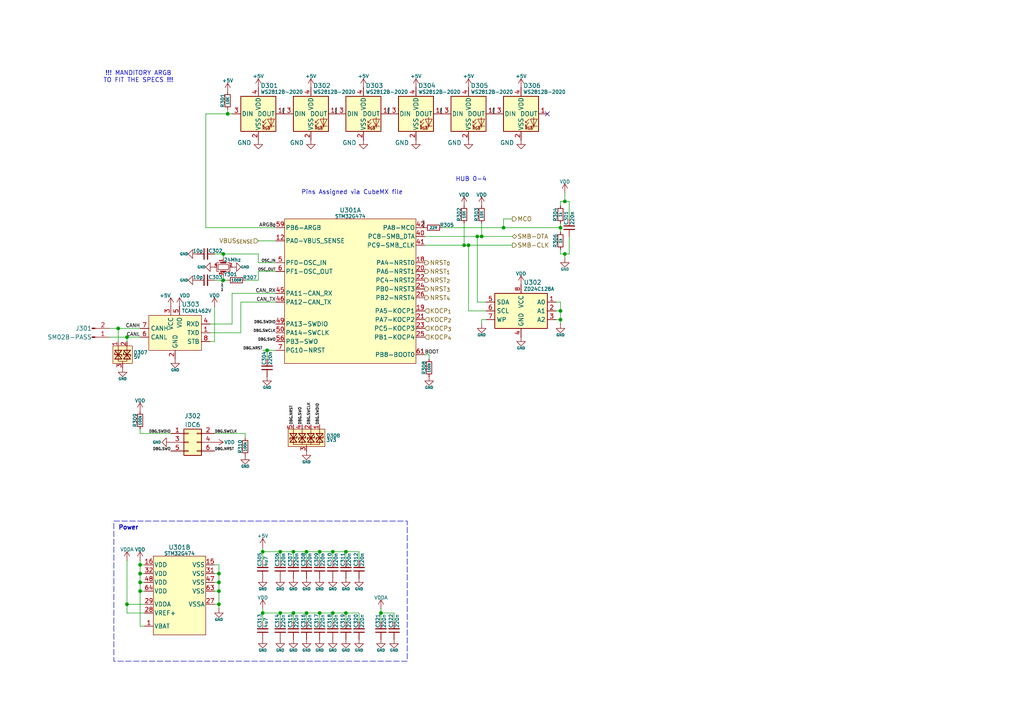
<source format=kicad_sch>
(kicad_sch (version 20250114) (generator "eeschema") (generator_version "9.0")
  (paper "A4")
  (rectangle (start 33.02 151.13) (end 118.11 191.77) (stroke (width 0) (type dash)))
  (text "HUB 0-4" (at 136.652 52.07 0) (effects (font (size 1.27 1.27))))
  (text "!!! MANDITORY ARGB\nTO FIT THE SPECS !!!" (at 40.132 22.352 0) (effects (font (size 1.27 1.27))))
  (text "Power" (at 34.29 152.4 0) (effects (font (size 1.27 1.27) (thickness 0.254) (bold yes)) (justify left top)))
  (text "Pins Assigned via CubeMX file" (at 102.108 55.88 0) (effects (font (size 1.27 1.27))))
  (junction (at 63.5 171.45))
  (junction (at 134.62 71.12))
  (junction (at 88.9 160.02))
  (junction (at 63.5 168.91))
  (junction (at 85.09 160.02))
  (junction (at 76.2 160.02))
  (junction (at 110.49 177.8))
  (junction (at 135.89 71.12))
  (junction (at 76.2 177.8))
  (junction (at 146.05 66.04))
  (junction (at 100.33 160.02))
  (junction (at 34.29 95.25))
  (junction (at 92.71 177.8))
  (junction (at 81.28 160.02))
  (junction (at 85.09 177.8))
  (junction (at 36.83 97.79))
  (junction (at 63.5 166.37))
  (junction (at 63.5 175.26))
  (junction (at 40.64 166.37))
  (junction (at 138.43 68.58))
  (junction (at 64.77 73.66))
  (junction (at 40.64 171.45))
  (junction (at 66.04 33.02))
  (junction (at 163.83 73.66))
  (junction (at 81.28 177.8))
  (junction (at 40.64 163.83))
  (junction (at 77.47 101.6))
  (junction (at 40.64 168.91))
  (junction (at 88.9 177.8))
  (junction (at 163.83 58.42))
  (junction (at 162.56 66.04))
  (junction (at 64.77 81.28))
  (junction (at 162.56 90.17))
  (junction (at 92.71 160.02))
  (junction (at 36.83 175.26))
  (junction (at 96.52 160.02))
  (junction (at 162.56 92.71))
  (junction (at 139.7 68.58))
  (junction (at 96.52 177.8))
  (junction (at 100.33 177.8))
  (no_connect (at 158.75 33.02))
  (wire (pts (xy 163.83 58.42) (xy 162.56 58.42)))
  (wire (pts (xy 96.52 177.8) (xy 100.33 177.8)))
  (wire (pts (xy 74.93 81.28) (xy 74.93 78.74)))
  (wire (pts (xy 40.64 166.37) (xy 40.64 168.91)))
  (wire (pts (xy 31.75 97.79) (xy 36.83 97.79)))
  (wire (pts (xy 104.14 177.8) (xy 104.14 180.34)))
  (wire (pts (xy 63.5 166.37) (xy 63.5 168.91)))
  (wire (pts (xy 162.56 90.17) (xy 162.56 92.71)))
  (wire (pts (xy 63.5 175.26) (xy 63.5 176.53)))
  (wire (pts (xy 69.85 87.63) (xy 69.85 96.52)))
  (wire (pts (xy 162.56 87.63) (xy 162.56 90.17)))
  (wire (pts (xy 162.56 92.71) (xy 162.56 93.98)))
  (wire (pts (xy 59.69 33.02) (xy 66.04 33.02)))
  (wire (pts (xy 62.23 171.45) (xy 63.5 171.45)))
  (wire (pts (xy 104.14 160.02) (xy 104.14 162.56)))
  (wire (pts (xy 36.83 97.79) (xy 36.83 99.06)))
  (wire (pts (xy 40.64 162.56) (xy 40.64 163.83)))
  (wire (pts (xy 134.62 71.12) (xy 135.89 71.12)))
  (wire (pts (xy 76.2 177.8) (xy 81.28 177.8)))
  (wire (pts (xy 64.77 81.28) (xy 66.04 81.28)))
  (wire (pts (xy 123.19 68.58) (xy 138.43 68.58)))
  (wire (pts (xy 76.2 160.02) (xy 76.2 162.56)))
  (wire (pts (xy 161.29 92.71) (xy 162.56 92.71)))
  (wire (pts (xy 163.83 73.66) (xy 162.56 73.66)))
  (wire (pts (xy 123.19 71.12) (xy 134.62 71.12)))
  (wire (pts (xy 40.64 168.91) (xy 41.91 168.91)))
  (wire (pts (xy 67.31 85.09) (xy 67.31 93.98)))
  (wire (pts (xy 110.49 176.53) (xy 110.49 177.8)))
  (wire (pts (xy 135.89 90.17) (xy 135.89 71.12)))
  (wire (pts (xy 67.31 93.98) (xy 60.96 93.98)))
  (wire (pts (xy 100.33 160.02) (xy 104.14 160.02)))
  (wire (pts (xy 41.91 181.61) (xy 40.64 181.61)))
  (wire (pts (xy 74.93 76.2) (xy 80.01 76.2)))
  (wire (pts (xy 134.62 64.77) (xy 134.62 71.12)))
  (wire (pts (xy 162.56 73.66) (xy 162.56 72.39)))
  (wire (pts (xy 69.85 96.52) (xy 60.96 96.52)))
  (wire (pts (xy 34.29 95.25) (xy 40.64 95.25)))
  (wire (pts (xy 165.1 58.42) (xy 165.1 63.5)))
  (wire (pts (xy 100.33 177.8) (xy 100.33 180.34)))
  (wire (pts (xy 80.01 85.09) (xy 67.31 85.09)))
  (wire (pts (xy 81.28 177.8) (xy 85.09 177.8)))
  (wire (pts (xy 80.01 66.04) (xy 59.69 66.04)))
  (wire (pts (xy 162.56 64.77) (xy 162.56 66.04)))
  (wire (pts (xy 140.97 87.63) (xy 138.43 87.63)))
  (wire (pts (xy 40.64 124.46) (xy 40.64 125.73)))
  (wire (pts (xy 40.64 125.73) (xy 49.53 125.73)))
  (wire (pts (xy 41.91 177.8) (xy 36.83 177.8)))
  (wire (pts (xy 66.04 31.75) (xy 66.04 33.02)))
  (wire (pts (xy 88.9 160.02) (xy 88.9 162.56)))
  (wire (pts (xy 162.56 58.42) (xy 162.56 59.69)))
  (wire (pts (xy 74.93 76.2) (xy 74.93 73.66)))
  (wire (pts (xy 76.2 177.8) (xy 76.2 180.34)))
  (wire (pts (xy 74.93 69.85) (xy 80.01 69.85)))
  (wire (pts (xy 31.75 95.25) (xy 34.29 95.25)))
  (wire (pts (xy 88.9 160.02) (xy 92.71 160.02)))
  (wire (pts (xy 96.52 160.02) (xy 96.52 162.56)))
  (wire (pts (xy 40.64 168.91) (xy 40.64 171.45)))
  (wire (pts (xy 66.04 33.02) (xy 67.31 33.02)))
  (wire (pts (xy 165.1 68.58) (xy 165.1 73.66)))
  (wire (pts (xy 148.59 63.5) (xy 146.05 63.5)))
  (wire (pts (xy 146.05 66.04) (xy 162.56 66.04)))
  (wire (pts (xy 62.23 99.06) (xy 62.23 88.9)))
  (wire (pts (xy 76.2 160.02) (xy 81.28 160.02)))
  (wire (pts (xy 62.23 175.26) (xy 63.5 175.26)))
  (wire (pts (xy 36.83 97.79) (xy 40.64 97.79)))
  (wire (pts (xy 71.12 81.28) (xy 74.93 81.28)))
  (wire (pts (xy 165.1 58.42) (xy 163.83 58.42)))
  (wire (pts (xy 63.5 168.91) (xy 63.5 171.45)))
  (wire (pts (xy 62.23 163.83) (xy 63.5 163.83)))
  (wire (pts (xy 88.9 177.8) (xy 88.9 180.34)))
  (wire (pts (xy 135.89 71.12) (xy 148.59 71.12)))
  (wire (pts (xy 63.5 163.83) (xy 63.5 166.37)))
  (wire (pts (xy 162.56 66.04) (xy 162.56 67.31)))
  (wire (pts (xy 41.91 163.83) (xy 40.64 163.83)))
  (wire (pts (xy 36.83 175.26) (xy 41.91 175.26)))
  (wire (pts (xy 71.12 125.73) (xy 71.12 127)))
  (wire (pts (xy 92.71 177.8) (xy 96.52 177.8)))
  (wire (pts (xy 62.23 166.37) (xy 63.5 166.37)))
  (wire (pts (xy 85.09 177.8) (xy 85.09 180.34)))
  (wire (pts (xy 62.23 168.91) (xy 63.5 168.91)))
  (wire (pts (xy 63.5 171.45) (xy 63.5 175.26)))
  (wire (pts (xy 100.33 160.02) (xy 100.33 162.56)))
  (wire (pts (xy 88.9 177.8) (xy 92.71 177.8)))
  (wire (pts (xy 110.49 177.8) (xy 110.49 180.34)))
  (wire (pts (xy 81.28 177.8) (xy 81.28 180.34)))
  (wire (pts (xy 62.23 125.73) (xy 71.12 125.73)))
  (wire (pts (xy 40.64 166.37) (xy 41.91 166.37)))
  (wire (pts (xy 85.09 177.8) (xy 88.9 177.8)))
  (wire (pts (xy 40.64 163.83) (xy 40.64 166.37)))
  (wire (pts (xy 139.7 92.71) (xy 139.7 93.98)))
  (wire (pts (xy 96.52 160.02) (xy 100.33 160.02)))
  (wire (pts (xy 146.05 63.5) (xy 146.05 66.04)))
  (wire (pts (xy 162.56 87.63) (xy 161.29 87.63)))
  (wire (pts (xy 59.69 66.04) (xy 59.69 33.02)))
  (wire (pts (xy 123.19 102.87) (xy 124.46 102.87)))
  (wire (pts (xy 92.71 177.8) (xy 92.71 180.34)))
  (wire (pts (xy 138.43 87.63) (xy 138.43 68.58)))
  (wire (pts (xy 163.83 55.88) (xy 163.83 58.42)))
  (wire (pts (xy 140.97 90.17) (xy 135.89 90.17)))
  (wire (pts (xy 140.97 92.71) (xy 139.7 92.71)))
  (wire (pts (xy 128.27 66.04) (xy 146.05 66.04)))
  (wire (pts (xy 36.83 162.56) (xy 36.83 175.26)))
  (wire (pts (xy 62.23 73.66) (xy 64.77 73.66)))
  (wire (pts (xy 62.23 81.28) (xy 64.77 81.28)))
  (wire (pts (xy 96.52 177.8) (xy 96.52 180.34)))
  (wire (pts (xy 165.1 73.66) (xy 163.83 73.66)))
  (wire (pts (xy 40.64 171.45) (xy 40.64 181.61)))
  (wire (pts (xy 76.2 176.53) (xy 76.2 177.8)))
  (wire (pts (xy 163.83 73.66) (xy 163.83 74.93)))
  (wire (pts (xy 60.96 99.06) (xy 62.23 99.06)))
  (wire (pts (xy 36.83 177.8) (xy 36.83 175.26)))
  (wire (pts (xy 139.7 64.77) (xy 139.7 68.58)))
  (wire (pts (xy 139.7 68.58) (xy 148.59 68.58)))
  (wire (pts (xy 34.29 95.25) (xy 34.29 99.06)))
  (wire (pts (xy 64.77 73.66) (xy 64.77 74.93)))
  (wire (pts (xy 81.28 160.02) (xy 81.28 162.56)))
  (wire (pts (xy 92.71 160.02) (xy 92.71 162.56)))
  (wire (pts (xy 77.47 101.6) (xy 80.01 101.6)))
  (wire (pts (xy 114.3 177.8) (xy 110.49 177.8)))
  (wire (pts (xy 76.2 101.6) (xy 77.47 101.6)))
  (wire (pts (xy 92.71 160.02) (xy 96.52 160.02)))
  (wire (pts (xy 64.77 73.66) (xy 74.93 73.66)))
  (wire (pts (xy 76.2 158.75) (xy 76.2 160.02)))
  (wire (pts (xy 64.77 80.01) (xy 64.77 81.28)))
  (wire (pts (xy 138.43 68.58) (xy 139.7 68.58)))
  (wire (pts (xy 124.46 102.87) (xy 124.46 104.14)))
  (wire (pts (xy 74.93 78.74) (xy 80.01 78.74)))
  (wire (pts (xy 161.29 90.17) (xy 162.56 90.17)))
  (wire (pts (xy 40.64 171.45) (xy 41.91 171.45)))
  (wire (pts (xy 85.09 160.02) (xy 85.09 162.56)))
  (wire (pts (xy 114.3 180.34) (xy 114.3 177.8)))
  (wire (pts (xy 80.01 87.63) (xy 69.85 87.63)))
  (wire (pts (xy 100.33 177.8) (xy 104.14 177.8)))
  (wire (pts (xy 81.28 160.02) (xy 85.09 160.02)))
  (wire (pts (xy 77.47 101.6) (xy 77.47 104.14)))
  (wire (pts (xy 85.09 160.02) (xy 88.9 160.02)))
  (label "OSC_IN" (at 80.01 76.2 180) (effects (font (size 0.762 0.762))))
  (label "DBG.SWO" (at 80.01 99.06 180) (effects (font (size 0.762 0.762))))
  (label "ARGB_{2}" (at 97.79 33.02 90) (effects (font (size 0.381 0.381))))
  (label "ARGB_{1}" (at 82.55 33.02 90) (effects (font (size 0.381 0.381))))
  (label "CANH" (at 40.64 95.25 180) (effects (font (size 1.016 1.016))))
  (label "CAN_TX" (at 80.01 87.63 180) (effects (font (size 1.016 1.016))))
  (label "DBG.NRST" (at 62.23 130.81 0) (effects (font (size 0.762 0.762))))
  (label "DBG.SWO" (at 87.63 123.19 90) (effects (font (size 0.762 0.762))))
  (label "ARGB_{4}" (at 128.27 33.02 90) (effects (font (size 0.381 0.381))))
  (label "DBG.SWDIO" (at 92.71 123.19 90) (effects (font (size 0.762 0.762))))
  (label "DBG.SWCLK" (at 80.01 96.52 180) (effects (font (size 0.762 0.762))))
  (label "DBG.SWDIO" (at 49.53 125.73 180) (effects (font (size 0.762 0.762))))
  (label "OUT_OUT_R" (at 64.77 81.28 270) (effects (font (size 0.381 0.381))))
  (label "DBG.SWDIO" (at 80.01 93.98 180) (effects (font (size 0.762 0.762))))
  (label "CAN_RX" (at 80.01 85.09 180) (effects (font (size 1.016 1.016))))
  (label "ARGB_{3}" (at 113.03 33.02 90) (effects (font (size 0.381 0.381))))
  (label "DBG.NRST" (at 76.2 101.6 180) (effects (font (size 0.762 0.762))))
  (label "CANL" (at 40.64 97.79 180) (effects (font (size 1.016 1.016))))
  (label "MCO_UT" (at 123.19 66.04 90) (effects (font (size 0.381 0.381))))
  (label "DBG.SWCLK" (at 62.23 125.73 0) (effects (font (size 0.762 0.762))))
  (label "BOOT" (at 123.19 102.87 0) (effects (font (size 1.016 1.016))))
  (label "DBG.NRST" (at 85.09 123.19 90) (effects (font (size 0.762 0.762))))
  (label "DBG.SWCLK" (at 90.17 123.19 90) (effects (font (size 0.762 0.762))))
  (label "ARGB_{0}" (at 80.01 66.04 180) (effects (font (size 1.016 1.016))))
  (label "DBG.SWO" (at 49.53 130.81 180) (effects (font (size 0.762 0.762))))
  (label "ARGB_{5}" (at 143.51 33.02 90) (effects (font (size 0.381 0.381))))
  (label "OSC_OUT" (at 80.01 78.74 180) (effects (font (size 0.762 0.762))))
  (hierarchical_label "SMB-CLK" (shape output) (at 148.59 71.12 0))
  (hierarchical_label "VBUS_{SENSE}" (shape input) (at 74.93 69.85 180))
  (hierarchical_label "NRST_{0}" (shape output) (at 123.19 76.2 0))
  (hierarchical_label "KOCP_{1}" (shape input) (at 123.19 90.17 0))
  (hierarchical_label "KOCP_{4}" (shape input) (at 123.19 97.79 0))
  (hierarchical_label "NRST_{4}" (shape output) (at 123.19 86.36 0))
  (hierarchical_label "KOCP_{3}" (shape input) (at 123.19 95.25 0))
  (hierarchical_label "MCO" (shape output) (at 148.59 63.5 0))
  (hierarchical_label "NRST_{1}" (shape output) (at 123.19 78.74 0))
  (hierarchical_label "KOCP_{2}" (shape input) (at 123.19 92.71 0))
  (hierarchical_label "NRST_{3}" (shape output) (at 123.19 83.82 0))
  (hierarchical_label "SMB-DTA" (shape bidirectional) (at 148.59 68.58 0))
  (hierarchical_label "NRST_{2}" (shape output) (at 123.19 81.28 0))
  (symbol (lib_id "Bluesat:C_CompactV") (at 104.14 182.88 0) (unit 1)
    (property "Reference" "C320" (at 103.251 182.118 90) (effects (font (size 1.016 1.016)) (justify left)))
    (property "Value" "220n" (at 105.029 182.118 90) (effects (font (size 1.016 1.016)) (justify left)))
    (property "Footprint" "Capacitor_SMD:C_0402_1005Metric" (effects (hide yes)))
    (property "Description" "Unpolarized capacitor, compact symbol" (effects (hide yes)))
  )
  (symbol (lib_id "power:VDD") (at 52.07 88.9 0) (unit 1)
    (property "Reference" "#PWR0324" (effects (hide yes)))
    (property "Value" "VDD" (at 52.07 85.725 0) (effects (font (size 1.016 1.016)) (justify left)))
    (property "Description" "Power symbol creates a global label with name \"VDD\"" (effects (hide yes)))
  )
  (symbol (lib_id "power:GND") (at 76.2 167.64 0) (mirror y) (unit 1)
    (property "Reference" "#PWR0341" (effects (hide yes)))
    (property "Value" "GND" (at 76.2 170.815 0) (effects (font (size 0.762 0.762))))
    (property "Description" "Power symbol creates a global label with name \"GND\" , ground" (effects (hide yes)))
  )
  (symbol (lib_id "Bluesat:D_TVS_Dual_Compact") (at 35.56 102.87 0) (unit 1)
    (property "Reference" "D307" (at 38.735 102.235 0) (effects (font (size 1.016 1.016)) (justify left)))
    (property "Value" "5V" (at 38.735 103.505 0) (effects (font (size 1.016 1.016)) (justify left)))
    (property "Footprint" "Package_TO_SOT_SMD:SOT-523" (effects (hide yes)))
    (property "Description" "Dual bidirectional transient-voltage-suppression diode, compact symbol" (effects (hide yes)))
  )
  (symbol (lib_id "power:GND") (at 85.09 185.42 0) (mirror y) (unit 1)
    (property "Reference" "#PWR0354" (effects (hide yes)))
    (property "Value" "GND" (at 85.09 188.595 0) (effects (font (size 0.762 0.762))))
    (property "Description" "Power symbol creates a global label with name \"GND\" , ground" (effects (hide yes)))
  )
  (symbol (lib_id "Bluesat:C_CompactV") (at 96.52 182.88 0) (unit 1)
    (property "Reference" "C318" (at 95.631 182.118 90) (effects (font (size 1.016 1.016)) (justify left)))
    (property "Value" "220n" (at 97.409 182.118 90) (effects (font (size 1.016 1.016)) (justify left)))
    (property "Footprint" "Capacitor_SMD:C_0402_1005Metric" (effects (hide yes)))
    (property "Description" "Unpolarized capacitor, compact symbol" (effects (hide yes)))
  )
  (symbol (lib_id "Bluesat:C_CompactV") (at 76.2 165.1 0) (unit 1)
    (property "Reference" "C305" (at 75.311 164.338 90) (effects (font (size 1.016 1.016)) (justify left)))
    (property "Value" "4u7" (at 77.089 164.338 90) (effects (font (size 1.016 1.016)) (justify left)))
    (property "Footprint" "Capacitor_SMD:C_0402_1005Metric" (effects (hide yes)))
    (property "Description" "Unpolarized capacitor, compact symbol" (effects (hide yes)))
  )
  (symbol (lib_id "power:+5V") (at 120.65 25.4 0) (unit 1)
    (property "Reference" "#PWR0304" (effects (hide yes)))
    (property "Value" "+5V" (at 120.65 22.098 0) (effects (font (size 1.016 1.016))))
    (property "Description" "Power symbol creates a global label with name \"+5V\"" (effects (hide yes)))
  )
  (symbol (lib_id "power:VDD") (at 40.64 162.56 0) (unit 1)
    (property "Reference" "#PWR0340" (effects (hide yes)))
    (property "Value" "VDD" (at 40.64 159.385 0) (effects (font (size 1.016 1.016))))
    (property "Description" "Power symbol creates a global label with name \"VDD\"" (effects (hide yes)))
  )
  (symbol (lib_id "power:+5V") (at 151.13 25.4 0) (unit 1)
    (property "Reference" "#PWR0306" (effects (hide yes)))
    (property "Value" "+5V" (at 151.13 22.098 0) (effects (font (size 1.016 1.016))))
    (property "Description" "Power symbol creates a global label with name \"+5V\"" (effects (hide yes)))
  )
  (symbol (lib_id "power:VDD") (at 163.83 55.88 0) (mirror y) (unit 1)
    (property "Reference" "#PWR0314" (effects (hide yes)))
    (property "Value" "VDD" (at 163.83 52.705 0) (effects (font (size 1.016 1.016))))
    (property "Description" "Power symbol creates a global label with name \"VDD\"" (effects (hide yes)))
  )
  (symbol (lib_id "power:GND") (at 139.7 93.98 0) (mirror y) (unit 1)
    (property "Reference" "#PWR0326" (effects (hide yes)))
    (property "Value" "GND" (at 139.7 97.155 0) (effects (font (size 0.762 0.762))))
    (property "Description" "Power symbol creates a global label with name \"GND\" , ground" (effects (hide yes)))
  )
  (symbol (lib_id "power:VDD") (at 62.23 88.9 0) (unit 1)
    (property "Reference" "#PWR0325" (effects (hide yes)))
    (property "Value" "VDD" (at 62.23 85.725 0) (effects (font (size 1.016 1.016))))
    (property "Description" "Power symbol creates a global label with name \"VDD\"" (effects (hide yes)))
  )
  (symbol (lib_id "Bluesat:R_CompactV") (at 134.62 62.23 0) (unit 1)
    (property "Reference" "R302" (at 133.731 62.23 90) (effects (font (size 1.016 1.016)) (justify bottom)))
    (property "Value" "10K" (at 134.62 62.23 90) (effects (font (size 0.762 0.762))))
    (property "Footprint" "Resistor_SMD:R_0402_1005Metric" (effects (hide yes)))
    (property "Description" "Resistor, compact symbol" (effects (hide yes)))
  )
  (symbol (lib_id "LED:WS2812B-2020") (at 135.89 33.02 0) (unit 1)
    (property "Reference" "D305" (at 136.525 24.8352 0) (effects (justify left)))
    (property "Value" "WS2812B-2020" (at 136.525 26.67 0) (effects (font (size 1.016 1.016)) (justify left)))
    (property "Footprint" "LED_SMD:LED_WS2812B-2020_PLCC4_2.0x2.0mm" (effects (hide yes)))
    (property "Datasheet" "https://cdn-shop.adafruit.com/product-files/4684/4684_WS2812B-2020_V1.3_EN.pdf" (effects (hide yes)))
    (property "Description" "RGB LED with integrated controller, 2.0 x 2.0 mm, 12 mA" (effects (hide yes)))
  )
  (symbol (lib_id "power:+5V") (at 135.89 25.4 0) (unit 1)
    (property "Reference" "#PWR0305" (effects (hide yes)))
    (property "Value" "+5V" (at 135.89 22.098 0) (effects (font (size 1.016 1.016))))
    (property "Description" "Power symbol creates a global label with name \"+5V\"" (effects (hide yes)))
  )
  (symbol (lib_id "power:VDD") (at 62.23 128.27 270) (unit 1)
    (property "Reference" "#PWR0335" (effects (hide yes)))
    (property "Value" "VDD" (at 65.024 128.27 90) (effects (font (size 1.016 1.016)) (justify left)))
    (property "Description" "Power symbol creates a global label with name \"VDD\"" (effects (hide yes)))
  )
  (symbol (lib_id "power:GND") (at 114.3 185.42 0) (mirror y) (unit 1)
    (property "Reference" "#PWR0361" (effects (hide yes)))
    (property "Value" "GND" (at 114.3 188.595 0) (effects (font (size 0.762 0.762))))
    (property "Description" "Power symbol creates a global label with name \"GND\" , ground" (effects (hide yes)))
  )
  (symbol (lib_id "power:GND") (at 104.14 167.64 0) (mirror y) (unit 1)
    (property "Reference" "#PWR0348" (effects (hide yes)))
    (property "Value" "GND" (at 104.14 170.815 0) (effects (font (size 0.762 0.762))))
    (property "Description" "Power symbol creates a global label with name \"GND\" , ground" (effects (hide yes)))
  )
  (symbol (lib_id "power:GND") (at 151.13 97.79 0) (mirror y) (unit 1)
    (property "Reference" "#PWR0328" (effects (hide yes)))
    (property "Value" "GND" (at 151.13 100.965 0) (effects (font (size 0.762 0.762))))
    (property "Description" "Power symbol creates a global label with name \"GND\" , ground" (effects (hide yes)))
  )
  (symbol (lib_id "power:GND") (at 81.28 167.64 0) (mirror y) (unit 1)
    (property "Reference" "#PWR0342" (effects (hide yes)))
    (property "Value" "GND" (at 81.28 170.815 0) (effects (font (size 0.762 0.762))))
    (property "Description" "Power symbol creates a global label with name \"GND\" , ground" (effects (hide yes)))
  )
  (symbol (lib_id "power:GND") (at 74.93 40.64 0) (unit 1)
    (property "Reference" "#PWR0308" (effects (hide yes)))
    (property "Value" "GND" (at 70.866 41.402 0))
    (property "Description" "Power symbol creates a global label with name \"GND\" , ground" (effects (hide yes)))
  )
  (symbol (lib_id "Bluesat:R_CompactH") (at 125.73 66.04 0) (unit 1)
    (property "Reference" "R305" (at 127.5715 65.8495 0) (effects (font (size 1.016 1.016)) (justify left bottom)))
    (property "Value" "22R" (at 125.73 66.04 0) (effects (font (size 0.762 0.762))))
    (property "Footprint" "Resistor_SMD:R_0402_1005Metric" (effects (hide yes)))
    (property "Description" "Resistor, compact symbol" (effects (hide yes)))
  )
  (symbol (lib_id "power:GND") (at 92.71 185.42 0) (mirror y) (unit 1)
    (property "Reference" "#PWR0356" (effects (hide yes)))
    (property "Value" "GND" (at 92.71 188.595 0) (effects (font (size 0.762 0.762))))
    (property "Description" "Power symbol creates a global label with name \"GND\" , ground" (effects (hide yes)))
  )
  (symbol (lib_id "power:VDD") (at 40.64 119.38 0) (unit 1)
    (property "Reference" "#PWR0333" (effects (hide yes)))
    (property "Value" "VDD" (at 40.64 116.205 0) (effects (font (size 1.016 1.016))))
    (property "Description" "Power symbol creates a global label with name \"VDD\"" (effects (hide yes)))
  )
  (symbol (lib_id "Bluesat:C_CompactV") (at 85.09 182.88 0) (unit 1)
    (property "Reference" "C315" (at 84.201 182.118 90) (effects (font (size 1.016 1.016)) (justify left)))
    (property "Value" "220n" (at 85.979 182.118 90) (effects (font (size 1.016 1.016)) (justify left)))
    (property "Footprint" "Capacitor_SMD:C_0402_1005Metric" (effects (hide yes)))
    (property "Description" "Unpolarized capacitor, compact symbol" (effects (hide yes)))
  )
  (symbol (lib_id "power:+5V") (at 90.17 25.4 0) (unit 1)
    (property "Reference" "#PWR0302" (effects (hide yes)))
    (property "Value" "+5V" (at 90.17 22.098 0) (effects (font (size 1.016 1.016))))
    (property "Description" "Power symbol creates a global label with name \"+5V\"" (effects (hide yes)))
  )
  (symbol (lib_id "Bluesat:C_CompactV") (at 77.47 106.68 0) (unit 1)
    (property "Reference" "C304" (at 76.581 105.918 90) (effects (font (size 1.016 1.016)) (justify left)))
    (property "Value" "220n" (at 78.359 105.918 90) (effects (font (size 1.016 1.016)) (justify left)))
    (property "Footprint" "Capacitor_SMD:C_0402_1005Metric" (effects (hide yes)))
    (property "Description" "Unpolarized capacitor, compact symbol" (effects (hide yes)))
  )
  (symbol (lib_id "power:GND") (at 63.5 176.53 0) (mirror y) (unit 1)
    (property "Reference" "#PWR0349" (effects (hide yes)))
    (property "Value" "GND" (at 63.5 179.705 0) (effects (font (size 0.762 0.762))))
    (property "Description" "Power symbol creates a global label with name \"GND\" , ground" (effects (hide yes)))
  )
  (symbol (lib_id "power:GND") (at 96.52 185.42 0) (mirror y) (unit 1)
    (property "Reference" "#PWR0357" (effects (hide yes)))
    (property "Value" "GND" (at 96.52 188.595 0) (effects (font (size 0.762 0.762))))
    (property "Description" "Power symbol creates a global label with name \"GND\" , ground" (effects (hide yes)))
  )
  (symbol (lib_id "power:GND") (at 104.14 185.42 0) (mirror y) (unit 1)
    (property "Reference" "#PWR0359" (effects (hide yes)))
    (property "Value" "GND" (at 104.14 188.595 0) (effects (font (size 0.762 0.762))))
    (property "Description" "Power symbol creates a global label with name \"GND\" , ground" (effects (hide yes)))
  )
  (symbol (lib_id "power:GND") (at 35.56 106.68 0) (unit 1)
    (property "Reference" "#PWR0330" (effects (hide yes)))
    (property "Value" "GND" (at 35.56 109.855 0) (effects (font (size 0.762 0.762))))
    (property "Description" "Power symbol creates a global label with name \"GND\" , ground" (effects (hide yes)))
  )
  (symbol (lib_id "power:+5V") (at 105.41 25.4 0) (unit 1)
    (property "Reference" "#PWR0303" (effects (hide yes)))
    (property "Value" "+5V" (at 105.41 22.098 0) (effects (font (size 1.016 1.016))))
    (property "Description" "Power symbol creates a global label with name \"+5V\"" (effects (hide yes)))
  )
  (symbol (lib_id "Bluesat:C_CompactV") (at 92.71 165.1 0) (unit 1)
    (property "Reference" "C309" (at 91.821 164.338 90) (effects (font (size 1.016 1.016)) (justify left)))
    (property "Value" "220n" (at 93.599 164.338 90) (effects (font (size 1.016 1.016)) (justify left)))
    (property "Footprint" "Capacitor_SMD:C_0402_1005Metric" (effects (hide yes)))
    (property "Description" "Unpolarized capacitor, compact symbol" (effects (hide yes)))
  )
  (symbol (lib_id "Bluesat:C_CompactV") (at 81.28 165.1 0) (unit 1)
    (property "Reference" "C306" (at 80.391 164.338 90) (effects (font (size 1.016 1.016)) (justify left)))
    (property "Value" "220n" (at 82.169 164.338 90) (effects (font (size 1.016 1.016)) (justify left)))
    (property "Footprint" "Capacitor_SMD:C_0402_1005Metric" (effects (hide yes)))
    (property "Description" "Unpolarized capacitor, compact symbol" (effects (hide yes)))
  )
  (symbol (lib_id "Bluesat:STM32G474_UsbHub") (at 101.6 63.5 0) (unit 1)
    (property "Reference" "U301" (at 101.6 60.96 0))
    (property "Value" "STM32G474" (at 101.6 62.738 0) (effects (font (size 1.016 1.016))))
    (property "Footprint" "LQFP64-10x10mm" (effects (hide yes)))
    (property "Datasheet" "STM32G474RBT3" (effects (hide yes)))
  )
  (symbol (lib_id "power:GND") (at 76.2 185.42 0) (mirror y) (unit 1)
    (property "Reference" "#PWR0352" (effects (hide yes)))
    (property "Value" "GND" (at 76.2 188.595 0) (effects (font (size 0.762 0.762))))
    (property "Description" "Power symbol creates a global label with name \"GND\" , ground" (effects (hide yes)))
  )
  (symbol (lib_id "Bluesat:C_CompactH") (at 59.69 81.28 0) (unit 1)
    (property "Reference" "C303" (at 60.452 80.391 0) (effects (font (size 1.016 1.016)) (justify left)))
    (property "Value" "10p" (at 58.928 80.391 0) (effects (font (size 1.016 1.016)) (justify right)))
    (property "Footprint" "Capacitor_SMD:C_0402_1005Metric" (effects (hide yes)))
    (property "Description" "Unpolarized capacitor, compact symbol" (effects (hide yes)))
  )
  (symbol (lib_id "power:GND") (at 110.49 185.42 0) (mirror y) (unit 1)
    (property "Reference" "#PWR0360" (effects (hide yes)))
    (property "Value" "GND" (at 110.49 188.595 0) (effects (font (size 0.762 0.762))))
    (property "Description" "Power symbol creates a global label with name \"GND\" , ground" (effects (hide yes)))
  )
  (symbol (lib_id "Bluesat:R_CompactV") (at 71.12 129.54 0) (unit 1)
    (property "Reference" "R310" (at 70.231 129.54 90) (effects (font (size 1.016 1.016)) (justify bottom)))
    (property "Value" "100k" (at 71.12 129.54 90) (effects (font (size 0.762 0.762))))
    (property "Footprint" "Resistor_SMD:R_0402_1005Metric" (effects (hide yes)))
    (property "Description" "Resistor, compact symbol" (effects (hide yes)))
  )
  (symbol (lib_id "power:GND") (at 135.89 40.64 0) (unit 1)
    (property "Reference" "#PWR0312" (effects (hide yes)))
    (property "Value" "GND" (at 131.826 41.402 0))
    (property "Description" "Power symbol creates a global label with name \"GND\" , ground" (effects (hide yes)))
  )
  (symbol (lib_id "power:GND") (at 81.28 185.42 0) (mirror y) (unit 1)
    (property "Reference" "#PWR0353" (effects (hide yes)))
    (property "Value" "GND" (at 81.28 188.595 0) (effects (font (size 0.762 0.762))))
    (property "Description" "Power symbol creates a global label with name \"GND\" , ground" (effects (hide yes)))
  )
  (symbol (lib_id "Bluesat:C_CompactV") (at 81.28 182.88 0) (unit 1)
    (property "Reference" "C314" (at 80.391 182.118 90) (effects (font (size 1.016 1.016)) (justify left)))
    (property "Value" "220n" (at 82.169 182.118 90) (effects (font (size 1.016 1.016)) (justify left)))
    (property "Footprint" "Capacitor_SMD:C_0402_1005Metric" (effects (hide yes)))
    (property "Description" "Unpolarized capacitor, compact symbol" (effects (hide yes)))
  )
  (symbol (lib_id "Bluesat:R_CompactV") (at 40.64 121.92 0) (unit 1)
    (property "Reference" "R309" (at 39.751 121.92 90) (effects (font (size 1.016 1.016)) (justify bottom)))
    (property "Value" "100k" (at 40.64 121.92 90) (effects (font (size 0.762 0.762))))
    (property "Footprint" "Resistor_SMD:R_0402_1005Metric" (effects (hide yes)))
    (property "Description" "Resistor, compact symbol" (effects (hide yes)))
  )
  (symbol (lib_id "power:GND") (at 88.9 167.64 0) (mirror y) (unit 1)
    (property "Reference" "#PWR0344" (effects (hide yes)))
    (property "Value" "GND" (at 88.9 170.815 0) (effects (font (size 0.762 0.762))))
    (property "Description" "Power symbol creates a global label with name \"GND\" , ground" (effects (hide yes)))
  )
  (symbol (lib_id "power:VDD") (at 76.2 176.53 0) (unit 1)
    (property "Reference" "#PWR0350" (effects (hide yes)))
    (property "Value" "VDD" (at 76.2 173.355 0) (effects (font (size 1.016 1.016))))
    (property "Description" "Power symbol creates a global label with name \"VDD\"" (effects (hide yes)))
  )
  (symbol (lib_id "Bluesat:C_CompactV") (at 114.3 182.88 0) (unit 1)
    (property "Reference" "C322" (at 113.411 182.118 90) (effects (font (size 1.016 1.016)) (justify left)))
    (property "Value" "220n" (at 115.189 182.118 90) (effects (font (size 1.016 1.016)) (justify left)))
    (property "Footprint" "Capacitor_SMD:C_0402_1005Metric" (effects (hide yes)))
    (property "Description" "Unpolarized capacitor, compact symbol" (effects (hide yes)))
  )
  (symbol (lib_id "power:VDD") (at 151.13 82.55 0) (mirror y) (unit 1)
    (property "Reference" "#PWR0322" (effects (hide yes)))
    (property "Value" "VDD" (at 151.13 79.375 0) (effects (font (size 1.016 1.016))))
    (property "Description" "Power symbol creates a global label with name \"VDD\"" (effects (hide yes)))
  )
  (symbol (lib_id "Bluesat:STM32G474_UsbHub") (at 52.07 161.29 0) (unit 2)
    (property "Reference" "U301" (at 52.07 158.75 0))
    (property "Value" "STM32G474" (at 52.07 160.528 0) (effects (font (size 1.016 1.016))))
    (property "Footprint" "LQFP64-10x10mm" (effects (hide yes)))
    (property "Datasheet" "STM32G474RBT3" (effects (hide yes)))
  )
  (symbol (lib_id "power:GND") (at 85.09 167.64 0) (mirror y) (unit 1)
    (property "Reference" "#PWR0343" (effects (hide yes)))
    (property "Value" "GND" (at 85.09 170.815 0) (effects (font (size 0.762 0.762))))
    (property "Description" "Power symbol creates a global label with name \"GND\" , ground" (effects (hide yes)))
  )
  (symbol (lib_id "power:GND") (at 88.9 130.81 0) (mirror y) (unit 1)
    (property "Reference" "#PWR0336" (effects (hide yes)))
    (property "Value" "GND" (at 88.9 133.985 0) (effects (font (size 0.762 0.762))))
    (property "Description" "Power symbol creates a global label with name \"GND\" , ground" (effects (hide yes)))
  )
  (symbol (lib_id "power:VDD") (at 134.62 59.69 0) (mirror y) (unit 1)
    (property "Reference" "#PWR0315" (effects (hide yes)))
    (property "Value" "VDD" (at 134.62 56.515 0) (effects (font (size 1.016 1.016))))
    (property "Description" "Power symbol creates a global label with name \"VDD\"" (effects (hide yes)))
  )
  (symbol (lib_id "power:GND") (at 162.56 93.98 0) (mirror y) (unit 1)
    (property "Reference" "#PWR0327" (effects (hide yes)))
    (property "Value" "GND" (at 162.56 97.155 0) (effects (font (size 0.762 0.762))))
    (property "Description" "Power symbol creates a global label with name \"GND\" , ground" (effects (hide yes)))
  )
  (symbol (lib_id "power:VDDA") (at 36.83 162.56 0) (unit 1)
    (property "Reference" "#PWR0339" (effects (hide yes)))
    (property "Value" "VDDA" (at 36.83 159.385 0) (effects (font (size 1.016 1.016))))
    (property "Description" "Power symbol creates a global label with name \"VDDA\"" (effects (hide yes)))
  )
  (symbol (lib_id "Bluesat:C_CompactV") (at 104.14 165.1 0) (unit 1)
    (property "Reference" "C312" (at 103.251 164.338 90) (effects (font (size 1.016 1.016)) (justify left)))
    (property "Value" "220n" (at 105.029 164.338 90) (effects (font (size 1.016 1.016)) (justify left)))
    (property "Footprint" "Capacitor_SMD:C_0402_1005Metric" (effects (hide yes)))
    (property "Description" "Unpolarized capacitor, compact symbol" (effects (hide yes)))
  )
  (symbol (lib_id "power:GND") (at 57.15 73.66 270) (mirror x) (unit 1)
    (property "Reference" "#PWR0317" (effects (hide yes)))
    (property "Value" "GND" (at 54.61 73.66 90) (effects (font (size 0.762 0.762)) (justify right)))
    (property "Description" "Power symbol creates a global label with name \"GND\" , ground" (effects (hide yes)))
  )
  (symbol (lib_id "Bluesat:C_CompactV") (at 100.33 165.1 0) (unit 1)
    (property "Reference" "C311" (at 99.441 164.338 90) (effects (font (size 1.016 1.016)) (justify left)))
    (property "Value" "220n" (at 101.219 164.338 90) (effects (font (size 1.016 1.016)) (justify left)))
    (property "Footprint" "Capacitor_SMD:C_0402_1005Metric" (effects (hide yes)))
    (property "Description" "Unpolarized capacitor, compact symbol" (effects (hide yes)))
  )
  (symbol (lib_id "power:GND") (at 151.13 40.64 0) (unit 1)
    (property "Reference" "#PWR0313" (effects (hide yes)))
    (property "Value" "GND" (at 147.066 41.402 0))
    (property "Description" "Power symbol creates a global label with name \"GND\" , ground" (effects (hide yes)))
  )
  (symbol (lib_id "Bluesat:C_CompactV") (at 110.49 182.88 0) (unit 1)
    (property "Reference" "C321" (at 109.601 182.118 90) (effects (font (size 1.016 1.016)) (justify left)))
    (property "Value" "220n" (at 111.379 182.118 90) (effects (font (size 1.016 1.016)) (justify left)))
    (property "Footprint" "Capacitor_SMD:C_0402_1005Metric" (effects (hide yes)))
    (property "Description" "Unpolarized capacitor, compact symbol" (effects (hide yes)))
  )
  (symbol (lib_id "Bluesat:R_CompactV") (at 162.56 69.85 0) (unit 1)
    (property "Reference" "R306" (at 161.671 69.85 90) (effects (font (size 1.016 1.016)) (justify bottom)))
    (property "Value" "1k" (at 162.56 69.85 90) (effects (font (size 0.762 0.762))))
    (property "Footprint" "Resistor_SMD:R_0402_1005Metric" (effects (hide yes)))
    (property "Description" "Resistor, compact symbol" (effects (hide yes)))
  )
  (symbol (lib_id "Bluesat:C_CompactV") (at 88.9 165.1 0) (unit 1)
    (property "Reference" "C308" (at 88.011 164.338 90) (effects (font (size 1.016 1.016)) (justify left)))
    (property "Value" "220n" (at 89.789 164.338 90) (effects (font (size 1.016 1.016)) (justify left)))
    (property "Footprint" "Capacitor_SMD:C_0402_1005Metric" (effects (hide yes)))
    (property "Description" "Unpolarized capacitor, compact symbol" (effects (hide yes)))
  )
  (symbol (lib_id "Bluesat:TCAN1462V") (at 50.8 96.52 0) (mirror y) (unit 1)
    (property "Reference" "U303" (at 52.705 88.265 0) (effects (justify right)))
    (property "Value" "TCAN1462V" (at 52.705 90.17 0) (effects (font (size 1.016 1.016)) (justify right)))
    (property "Footprint" "Package_SO:SOIC-8_3.9x4.9mm_P1.27mm" (effects (hide yes)))
    (property "Datasheet" "https://www.ti.com/lit/ds/symlink/tcan1462-q1.pdf" (effects (hide yes)))
    (property "Description" "CAN FD Transceiver with Signal Improvement Capability (SIC)" (effects (hide yes)))
  )
  (symbol (lib_id "Memory_EEPROM:24LC128") (at 151.13 90.17 0) (mirror y) (unit 1)
    (property "Reference" "U302" (at 151.892 81.915 0) (effects (justify right)))
    (property "Value" "ZD24C128A" (at 151.892 83.82 0) (effects (font (size 1.016 1.016)) (justify right)))
    (property "Footprint" "Package_SO:TSSOP-8_4.4x3mm_P0.65mm" (effects (hide yes)))
    (property "Datasheet" "http://ww1.microchip.com/downloads/en/DeviceDoc/21191s.pdf" (effects (hide yes)))
    (property "Description" "I2C Serial EEPROM, 128Kb, DIP-8/SOIC-8/TSSOP-8/DFN-8" (effects (hide yes)))
  )
  (symbol (lib_id "power:GND") (at 77.47 109.22 0) (unit 1)
    (property "Reference" "#PWR0331" (effects (hide yes)))
    (property "Value" "GND" (at 77.47 112.395 0) (effects (font (size 0.762 0.762))))
    (property "Description" "Power symbol creates a global label with name \"GND\" , ground" (effects (hide yes)))
  )
  (symbol (lib_id "power:GND") (at 92.71 167.64 0) (mirror y) (unit 1)
    (property "Reference" "#PWR0345" (effects (hide yes)))
    (property "Value" "GND" (at 92.71 170.815 0) (effects (font (size 0.762 0.762))))
    (property "Description" "Power symbol creates a global label with name \"GND\" , ground" (effects (hide yes)))
  )
  (symbol (lib_id "power:VDD") (at 139.7 59.69 0) (mirror y) (unit 1)
    (property "Reference" "#PWR0316" (effects (hide yes)))
    (property "Value" "VDD" (at 139.7 56.515 0) (effects (font (size 1.016 1.016))))
    (property "Description" "Power symbol creates a global label with name \"VDD\"" (effects (hide yes)))
  )
  (symbol (lib_id "power:GND") (at 163.83 74.93 0) (unit 1)
    (property "Reference" "#PWR0318" (effects (hide yes)))
    (property "Value" "GND" (at 163.83 78.105 0) (effects (font (size 0.762 0.762))))
    (property "Description" "Power symbol creates a global label with name \"GND\" , ground" (effects (hide yes)))
  )
  (symbol (lib_id "Bluesat:R_CompactV") (at 139.7 62.23 0) (unit 1)
    (property "Reference" "R303" (at 138.811 62.23 90) (effects (font (size 1.016 1.016)) (justify bottom)))
    (property "Value" "10K" (at 139.7 62.23 90) (effects (font (size 0.762 0.762))))
    (property "Footprint" "Resistor_SMD:R_0402_1005Metric" (effects (hide yes)))
    (property "Description" "Resistor, compact symbol" (effects (hide yes)))
  )
  (symbol (lib_id "power:GND") (at 88.9 185.42 0) (mirror y) (unit 1)
    (property "Reference" "#PWR0355" (effects (hide yes)))
    (property "Value" "GND" (at 88.9 188.595 0) (effects (font (size 0.762 0.762))))
    (property "Description" "Power symbol creates a global label with name \"GND\" , ground" (effects (hide yes)))
  )
  (symbol (lib_id "Bluesat:C_CompactV") (at 165.1 66.04 0) (unit 1)
    (property "Reference" "C301" (at 164.211 65.278 90) (effects (font (size 1.016 1.016)) (justify left)))
    (property "Value" "220n" (at 165.989 65.278 90) (effects (font (size 1.016 1.016)) (justify left)))
    (property "Footprint" "Capacitor_SMD:C_0402_1005Metric" (effects (hide yes)))
    (property "Description" "Unpolarized capacitor, compact symbol" (effects (hide yes)))
  )
  (symbol (lib_id "Bluesat:C_CompactV") (at 85.09 165.1 0) (unit 1)
    (property "Reference" "C307" (at 84.201 164.338 90) (effects (font (size 1.016 1.016)) (justify left)))
    (property "Value" "220n" (at 85.979 164.338 90) (effects (font (size 1.016 1.016)) (justify left)))
    (property "Footprint" "Capacitor_SMD:C_0402_1005Metric" (effects (hide yes)))
    (property "Description" "Unpolarized capacitor, compact symbol" (effects (hide yes)))
  )
  (symbol (lib_id "Bluesat:C_CompactV") (at 88.9 182.88 0) (unit 1)
    (property "Reference" "C316" (at 88.011 182.118 90) (effects (font (size 1.016 1.016)) (justify left)))
    (property "Value" "220n" (at 89.789 182.118 90) (effects (font (size 1.016 1.016)) (justify left)))
    (property "Footprint" "Capacitor_SMD:C_0402_1005Metric" (effects (hide yes)))
    (property "Description" "Unpolarized capacitor, compact symbol" (effects (hide yes)))
  )
  (symbol (lib_id "Connector:Conn_01x02_Pin") (at 26.67 97.79 0) (mirror x) (unit 1)
    (property "Reference" "J301" (at 26.67 95.25 0) (effects (justify right)))
    (property "Value" "SM02B-PASS" (at 26.67 97.79 0) (effects (justify right)))
    (property "Footprint" "Bluesat:SM02B-PASS" (effects (hide yes)))
    (property "Description" "Generic connector, single row, 01x02, script generated" (effects (hide yes)))
  )
  (symbol (lib_id "Bluesat:C_CompactV") (at 100.33 182.88 0) (unit 1)
    (property "Reference" "C319" (at 99.441 182.118 90) (effects (font (size 1.016 1.016)) (justify left)))
    (property "Value" "220n" (at 101.219 182.118 90) (effects (font (size 1.016 1.016)) (justify left)))
    (property "Footprint" "Capacitor_SMD:C_0402_1005Metric" (effects (hide yes)))
    (property "Description" "Unpolarized capacitor, compact symbol" (effects (hide yes)))
  )
  (symbol (lib_id "power:GND") (at 124.46 109.22 0) (unit 1)
    (property "Reference" "#PWR0332" (effects (hide yes)))
    (property "Value" "GND" (at 124.46 112.395 0) (effects (font (size 0.762 0.762))))
    (property "Description" "Power symbol creates a global label with name \"GND\" , ground" (effects (hide yes)))
  )
  (symbol (lib_id "power:GND") (at 67.31 77.47 90) (unit 1)
    (property "Reference" "#PWR0320" (effects (hide yes)))
    (property "Value" "GND" (at 69.85 77.47 90) (effects (font (size 0.762 0.762)) (justify right)))
    (property "Description" "Power symbol creates a global label with name \"GND\" , ground" (effects (hide yes)))
  )
  (symbol (lib_id "Device:Crystal_GND24_Small") (at 64.77 77.47 90) (mirror x) (unit 1)
    (property "Reference" "Y301" (at 64.897 78.994 90) (effects (font (size 1.016 1.016)) (justify right top)))
    (property "Value" "24Mhz" (at 64.897 75.946 90) (effects (font (size 1.016 1.016)) (justify right bottom)))
    (property "Footprint" "Crystal:Crystal_SMD_2016-4Pin_2.0x1.6mm" (effects (hide yes)))
    (property "Description" "Four pin crystal, GND on pins 2 and 4, small symbol" (effects (hide yes)))
  )
  (symbol (lib_id "power:GND") (at 105.41 40.64 0) (unit 1)
    (property "Reference" "#PWR0310" (effects (hide yes)))
    (property "Value" "GND" (at 101.346 41.402 0))
    (property "Description" "Power symbol creates a global label with name \"GND\" , ground" (effects (hide yes)))
  )
  (symbol (lib_id "power:GND") (at 49.53 128.27 270) (unit 1)
    (property "Reference" "#PWR0334" (effects (hide yes)))
    (property "Value" "GND" (at 46.736 128.27 90) (effects (font (size 0.762 0.762)) (justify right)))
    (property "Description" "Power symbol creates a global label with name \"GND\" , ground" (effects (hide yes)))
  )
  (symbol (lib_id "Bluesat:R_CompactH") (at 68.58 81.28 0) (unit 1)
    (property "Reference" "R307" (at 70.4215 81.0895 0) (effects (font (size 1.016 1.016)) (justify left bottom)))
    (property "Value" "100R" (at 68.58 81.28 0) (effects (font (size 0.762 0.762))))
    (property "Footprint" "Resistor_SMD:R_0402_1005Metric" (effects (hide yes)))
    (property "Description" "Resistor, compact symbol" (effects (hide yes)))
  )
  (symbol (lib_id "LED:WS2812B-2020") (at 74.93 33.02 0) (unit 1)
    (property "Reference" "D301" (at 75.565 24.8352 0) (effects (justify left)))
    (property "Value" "WS2812B-2020" (at 75.565 26.67 0) (effects (font (size 1.016 1.016)) (justify left)))
    (property "Footprint" "LED_SMD:LED_WS2812B-2020_PLCC4_2.0x2.0mm" (effects (hide yes)))
    (property "Datasheet" "https://cdn-shop.adafruit.com/product-files/4684/4684_WS2812B-2020_V1.3_EN.pdf" (effects (hide yes)))
    (property "Description" "RGB LED with integrated controller, 2.0 x 2.0 mm, 12 mA" (effects (hide yes)))
  )
  (symbol (lib_id "Bluesat:C_CompactH") (at 59.69 73.66 0) (unit 1)
    (property "Reference" "C302" (at 60.452 72.771 0) (effects (font (size 1.016 1.016)) (justify left)))
    (property "Value" "10p" (at 58.928 72.771 0) (effects (font (size 1.016 1.016)) (justify right)))
    (property "Footprint" "Capacitor_SMD:C_0402_1005Metric" (effects (hide yes)))
    (property "Description" "Unpolarized capacitor, compact symbol" (effects (hide yes)))
  )
  (symbol (lib_id "LED:WS2812B-2020") (at 151.13 33.02 0) (unit 1)
    (property "Reference" "D306" (at 151.765 24.8352 0) (effects (justify left)))
    (property "Value" "WS2812B-2020" (at 151.765 26.67 0) (effects (font (size 1.016 1.016)) (justify left)))
    (property "Footprint" "LED_SMD:LED_WS2812B-2020_PLCC4_2.0x2.0mm" (effects (hide yes)))
    (property "Datasheet" "https://cdn-shop.adafruit.com/product-files/4684/4684_WS2812B-2020_V1.3_EN.pdf" (effects (hide yes)))
    (property "Description" "RGB LED with integrated controller, 2.0 x 2.0 mm, 12 mA" (effects (hide yes)))
  )
  (symbol (lib_id "Bluesat:R_CompactV") (at 66.04 29.21 0) (unit 1)
    (property "Reference" "R301" (at 65.151 29.21 90) (effects (font (size 1.016 1.016)) (justify bottom)))
    (property "Value" "10K" (at 66.04 29.21 90) (effects (font (size 0.762 0.762))))
    (property "Footprint" "Resistor_SMD:R_0402_1005Metric" (effects (hide yes)))
    (property "Description" "Resistor, compact symbol" (effects (hide yes)))
  )
  (symbol (lib_id "power:GND") (at 120.65 40.64 0) (unit 1)
    (property "Reference" "#PWR0311" (effects (hide yes)))
    (property "Value" "GND" (at 116.586 41.402 0))
    (property "Description" "Power symbol creates a global label with name \"GND\" , ground" (effects (hide yes)))
  )
  (symbol (lib_id "Bluesat:C_CompactV") (at 92.71 182.88 0) (unit 1)
    (property "Reference" "C317" (at 91.821 182.118 90) (effects (font (size 1.016 1.016)) (justify left)))
    (property "Value" "220n" (at 93.599 182.118 90) (effects (font (size 1.016 1.016)) (justify left)))
    (property "Footprint" "Capacitor_SMD:C_0402_1005Metric" (effects (hide yes)))
    (property "Description" "Unpolarized capacitor, compact symbol" (effects (hide yes)))
  )
  (symbol (lib_id "power:GND") (at 90.17 40.64 0) (unit 1)
    (property "Reference" "#PWR0309" (effects (hide yes)))
    (property "Value" "GND" (at 86.106 41.402 0))
    (property "Description" "Power symbol creates a global label with name \"GND\" , ground" (effects (hide yes)))
  )
  (symbol (lib_id "Bluesat:C_CompactV") (at 96.52 165.1 0) (unit 1)
    (property "Reference" "C310" (at 95.631 164.338 90) (effects (font (size 1.016 1.016)) (justify left)))
    (property "Value" "220n" (at 97.409 164.338 90) (effects (font (size 1.016 1.016)) (justify left)))
    (property "Footprint" "Capacitor_SMD:C_0402_1005Metric" (effects (hide yes)))
    (property "Description" "Unpolarized capacitor, compact symbol" (effects (hide yes)))
  )
  (symbol (lib_id "Bluesat:R_CompactV") (at 162.56 62.23 0) (unit 1)
    (property "Reference" "R304" (at 161.671 62.23 90) (effects (font (size 1.016 1.016)) (justify bottom)))
    (property "Value" "1k" (at 162.56 62.23 90) (effects (font (size 0.762 0.762))))
    (property "Footprint" "Resistor_SMD:R_0402_1005Metric" (effects (hide yes)))
    (property "Description" "Resistor, compact symbol" (effects (hide yes)))
  )
  (symbol (lib_id "power:+5V") (at 66.04 26.67 0) (unit 1)
    (property "Reference" "#PWR0307" (effects (hide yes)))
    (property "Value" "+5V" (at 66.04 23.368 0) (effects (font (size 1.016 1.016))))
    (property "Description" "Power symbol creates a global label with name \"+5V\"" (effects (hide yes)))
  )
  (symbol (lib_id "power:+5V") (at 76.2 158.75 0) (unit 1)
    (property "Reference" "#PWR0338" (effects (hide yes)))
    (property "Value" "+5V" (at 76.2 155.448 0) (effects (font (size 1.016 1.016))))
    (property "Description" "Power symbol creates a global label with name \"+5V\"" (effects (hide yes)))
  )
  (symbol (lib_id "power:GND") (at 62.23 77.47 270) (mirror x) (unit 1)
    (property "Reference" "#PWR0319" (effects (hide yes)))
    (property "Value" "GND" (at 59.69 77.47 90) (effects (font (size 0.762 0.762)) (justify right)))
    (property "Description" "Power symbol creates a global label with name \"GND\" , ground" (effects (hide yes)))
  )
  (symbol (lib_id "Bluesat:C_CompactV") (at 76.2 182.88 0) (unit 1)
    (property "Reference" "C313" (at 75.311 182.118 90) (effects (font (size 1.016 1.016)) (justify left)))
    (property "Value" "4u7" (at 77.089 182.118 90) (effects (font (size 1.016 1.016)) (justify left)))
    (property "Footprint" "Capacitor_SMD:C_0402_1005Metric" (effects (hide yes)))
    (property "Description" "Unpolarized capacitor, compact symbol" (effects (hide yes)))
  )
  (symbol (lib_id "power:GND") (at 100.33 185.42 0) (mirror y) (unit 1)
    (property "Reference" "#PWR0358" (effects (hide yes)))
    (property "Value" "GND" (at 100.33 188.595 0) (effects (font (size 0.762 0.762))))
    (property "Description" "Power symbol creates a global label with name \"GND\" , ground" (effects (hide yes)))
  )
  (symbol (lib_id "power:GND") (at 100.33 167.64 0) (mirror y) (unit 1)
    (property "Reference" "#PWR0347" (effects (hide yes)))
    (property "Value" "GND" (at 100.33 170.815 0) (effects (font (size 0.762 0.762))))
    (property "Description" "Power symbol creates a global label with name \"GND\" , ground" (effects (hide yes)))
  )
  (symbol (lib_id "LED:WS2812B-2020") (at 105.41 33.02 0) (unit 1)
    (property "Reference" "D303" (at 106.045 24.8352 0) (effects (justify left)))
    (property "Value" "WS2812B-2020" (at 106.045 26.67 0) (effects (font (size 1.016 1.016)) (justify left)))
    (property "Footprint" "LED_SMD:LED_WS2812B-2020_PLCC4_2.0x2.0mm" (effects (hide yes)))
    (property "Datasheet" "https://cdn-shop.adafruit.com/product-files/4684/4684_WS2812B-2020_V1.3_EN.pdf" (effects (hide yes)))
    (property "Description" "RGB LED with integrated controller, 2.0 x 2.0 mm, 12 mA" (effects (hide yes)))
  )
  (symbol (lib_id "power:+5V") (at 49.53 88.9 0) (unit 1)
    (property "Reference" "#PWR0323" (effects (hide yes)))
    (property "Value" "+5V" (at 49.53 85.725 0) (effects (font (size 1.016 1.016)) (justify right)))
    (property "Description" "Power symbol creates a global label with name \"+5V\"" (effects (hide yes)))
  )
  (symbol (lib_id "LED:WS2812B-2020") (at 90.17 33.02 0) (unit 1)
    (property "Reference" "D302" (at 90.805 24.8352 0) (effects (justify left)))
    (property "Value" "WS2812B-2020" (at 90.805 26.67 0) (effects (font (size 1.016 1.016)) (justify left)))
    (property "Footprint" "LED_SMD:LED_WS2812B-2020_PLCC4_2.0x2.0mm" (effects (hide yes)))
    (property "Datasheet" "https://cdn-shop.adafruit.com/product-files/4684/4684_WS2812B-2020_V1.3_EN.pdf" (effects (hide yes)))
    (property "Description" "RGB LED with integrated controller, 2.0 x 2.0 mm, 12 mA" (effects (hide yes)))
  )
  (symbol (lib_id "power:GND") (at 71.12 132.08 0) (unit 1)
    (property "Reference" "#PWR0337" (effects (hide yes)))
    (property "Value" "GND" (at 71.12 135.255 0) (effects (font (size 0.762 0.762))))
    (property "Description" "Power symbol creates a global label with name \"GND\" , ground" (effects (hide yes)))
  )
  (symbol (lib_id "power:GND") (at 50.8 104.14 0) (unit 1)
    (property "Reference" "#PWR0329" (effects (hide yes)))
    (property "Value" "GND" (at 50.8 107.315 0) (effects (font (size 0.762 0.762))))
    (property "Description" "Power symbol creates a global label with name \"GND\" , ground" (effects (hide yes)))
  )
  (symbol (lib_id "power:GND") (at 57.15 81.28 270) (unit 1)
    (property "Reference" "#PWR0321" (effects (hide yes)))
    (property "Value" "GND" (at 54.61 81.28 90) (effects (font (size 0.762 0.762)) (justify right)))
    (property "Description" "Power symbol creates a global label with name \"GND\" , ground" (effects (hide yes)))
  )
  (symbol (lib_id "Bluesat:R_CompactV") (at 124.46 106.68 0) (unit 1)
    (property "Reference" "R308" (at 123.571 106.68 90) (effects (font (size 1.016 1.016)) (justify bottom)))
    (property "Value" "100k" (at 124.46 106.68 90) (effects (font (size 0.762 0.762))))
    (property "Footprint" "Resistor_SMD:R_0402_1005Metric" (effects (hide yes)))
    (property "Description" "Resistor, compact symbol" (effects (hide yes)))
  )
  (symbol (lib_id "Connector_Generic:Conn_02x03_Odd_Even") (at 54.61 128.27 0) (unit 1)
    (property "Reference" "J302" (at 55.88 120.65 0))
    (property "Value" "IDC6" (at 55.88 123.19 0))
    (property "Footprint" "Bluesat:IDC6" (effects (hide yes)))
    (property "Description" "Generic connector, double row, 02x03, odd/even pin numbering scheme (row 1 odd numbers, row 2 even numbers), script generated (kicad-library-utils/schlib/autogen/connector/)" (effects (hide yes)))
  )
  (symbol (lib_id "LED:WS2812B-2020") (at 120.65 33.02 0) (unit 1)
    (property "Reference" "D304" (at 121.285 24.8352 0) (effects (justify left)))
    (property "Value" "WS2812B-2020" (at 121.285 26.67 0) (effects (font (size 1.016 1.016)) (justify left)))
    (property "Footprint" "LED_SMD:LED_WS2812B-2020_PLCC4_2.0x2.0mm" (effects (hide yes)))
    (property "Datasheet" "https://cdn-shop.adafruit.com/product-files/4684/4684_WS2812B-2020_V1.3_EN.pdf" (effects (hide yes)))
    (property "Description" "RGB LED with integrated controller, 2.0 x 2.0 mm, 12 mA" (effects (hide yes)))
  )
  (symbol (lib_id "power:VDDA") (at 110.49 176.53 0) (unit 1)
    (property "Reference" "#PWR0351" (effects (hide yes)))
    (property "Value" "VDDA" (at 110.49 173.355 0) (effects (font (size 1.016 1.016))))
    (property "Description" "Power symbol creates a global label with name \"VDDA\"" (effects (hide yes)))
  )
  (symbol (lib_id "power:GND") (at 96.52 167.64 0) (mirror y) (unit 1)
    (property "Reference" "#PWR0346" (effects (hide yes)))
    (property "Value" "GND" (at 96.52 170.815 0) (effects (font (size 0.762 0.762))))
    (property "Description" "Power symbol creates a global label with name \"GND\" , ground" (effects (hide yes)))
  )
  (symbol (lib_id "power:+5V") (at 74.93 25.4 0) (unit 1)
    (property "Reference" "#PWR0301" (effects (hide yes)))
    (property "Value" "+5V" (at 74.93 22.098 0) (effects (font (size 1.016 1.016))))
    (property "Description" "Power symbol creates a global label with name \"+5V\"" (effects (hide yes)))
  )
  (symbol (lib_id "Bluesat:D_TVS_Quad_Compact") (at 88.9 127 0) (mirror y) (unit 1)
    (property "Reference" "D308" (at 94.615 126.365 0) (effects (font (size 1.016 1.016)) (justify right)))
    (property "Value" "3V3" (at 94.615 127.635 0) (effects (font (size 1.016 1.016)) (justify right)))
    (property "Footprint" "Package_DFN_QFN:Diodes_UDFN-10_1.0x2.5mm_P0.5mm" (effects (hide yes)))
    (property "Description" "Dual bidirectional transient-voltage-suppression diode, compact symbol" (effects (hide yes)))
  )
)
</source>
